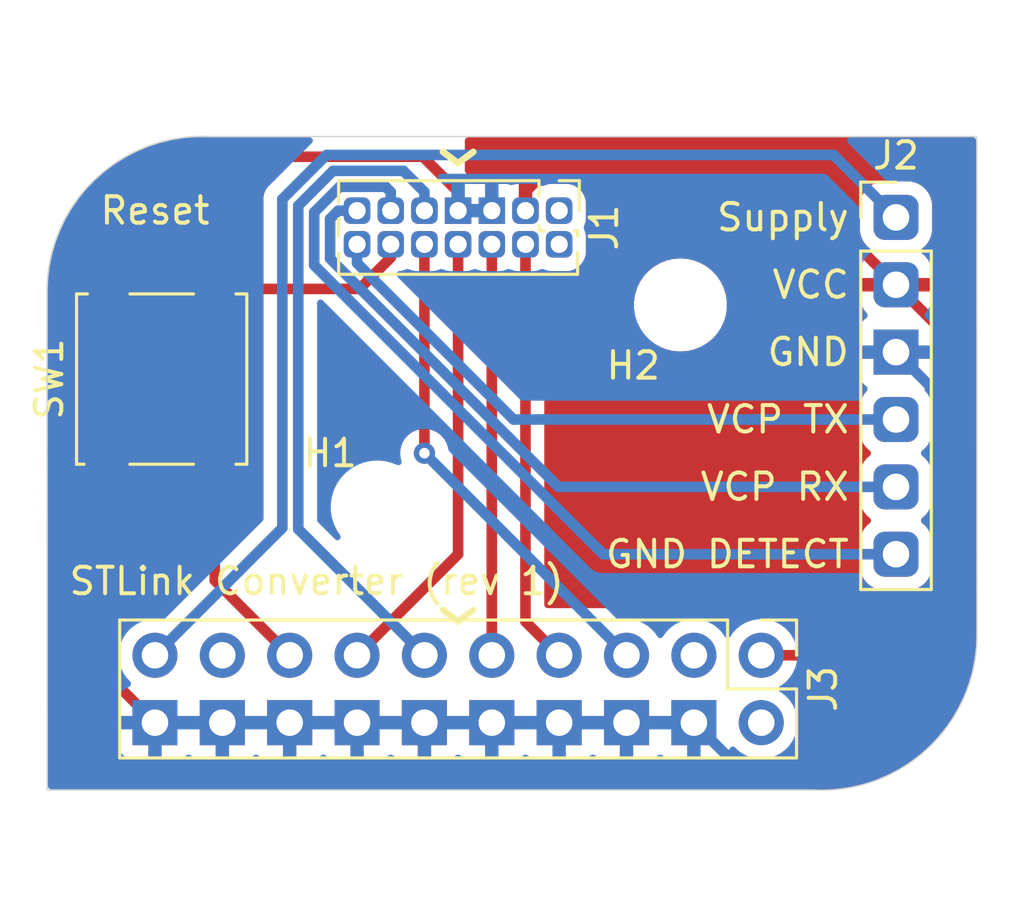
<source format=kicad_pcb>
(kicad_pcb (version 20221018) (generator pcbnew)
  (layers (0 "F.Cu" signal) (31 "B.Cu" signal) (34 "B.Paste" user) (35 "F.Paste" user) (36 "B.SilkS" user "B.Silkscreen") (37 "F.SilkS" user "F.Silkscreen") (38 "B.Mask" user) (39 "F.Mask" user) (44 "Edge.Cuts" user))
  (net 0 "")
  (net 1 "T_VCP_TX")
  (net 2 "T_VCP_RX")
  (net 3 "T_NRST")
  (net 4 "GNDDETECT")
  (net 5 "T_JTDI")
  (net 6 "T_JRCLK")
  (net 7 "T_JTDO")
  (net 8 "GND")
  (net 9 "T_JCLK")
  (net 10 "T_JTMS")
  (net 11 "T_VCC")
  (net 12 "Net-(J1-Pad2)")
  (net 13 "Net-(J1-Pad1)")
  (net 14 "T_SUPPLY")
  (net 15 "Net-(J3-Pad17)")
  (net 16 "Net-(J3-Pad3)")
  (net 17 "Net-(J3-Pad2)")
  (footprint "Connector_PinHeader_1.27mm:PinHeader_2x07_P1.27mm_Vertical" (layer "F.Cu") (at 111.76 70.866 -90)
    (fp_text reference "J1" (at 0.635 -1.695 90) (layer "F.SilkS"))
    (fp_text value "Conn_02x07_Odd_Even")
    (fp_line (start -1.13 -0.76) (end 0 -0.76) (stroke (width 0.12)) (layer "F.SilkS"))
    (fp_line (start -1.13 0) (end -1.13 -0.76) (stroke (width 0.12)) (layer "F.SilkS"))
    (fp_line (start -1.13 0.76) (end -1.13 8.315) (stroke (width 0.12)) (layer "F.SilkS"))
    (fp_line (start -1.13 0.76) (end -0.563471 0.76) (stroke (width 0.12)) (layer "F.SilkS"))
    (fp_line (start -1.13 8.315) (end -0.30753 8.315) (stroke (width 0.12)) (layer "F.SilkS"))
    (fp_line (start 0.30753 8.315) (end 0.96247 8.315) (stroke (width 0.12)) (layer "F.SilkS"))
    (fp_line (start 0.563471 0.76) (end 0.706529 0.76) (stroke (width 0.12)) (layer "F.SilkS"))
    (fp_line (start 0.76 -0.695) (end 0.96247 -0.695) (stroke (width 0.12)) (layer "F.SilkS"))
    (fp_line (start 0.76 -0.563471) (end 0.76 -0.695) (stroke (width 0.12)) (layer "F.SilkS"))
    (fp_line (start 0.76 0.706529) (end 0.76 0.563471) (stroke (width 0.12)) (layer "F.SilkS"))
    (fp_line (start 1.57753 -0.695) (end 2.4 -0.695) (stroke (width 0.12)) (layer "F.SilkS"))
    (fp_line (start 1.57753 8.315) (end 2.4 8.315) (stroke (width 0.12)) (layer "F.SilkS"))
    (fp_line (start 2.4 -0.695) (end 2.4 8.315) (stroke (width 0.12)) (layer "F.SilkS"))
    (pad "1" thru_hole roundrect (at 0 0 270) (size 1 1) (drill 0.65) (layers "*.Cu" "*.Mask") (net 13 "Net-(J1-Pad1)"))
    (pad "2" thru_hole roundrect (at 1.27 0 270) (size 1 1) (drill 0.65) (layers "*.Cu" "*.Mask") (net 12 "Net-(J1-Pad2)"))
    (pad "3" thru_hole roundrect (at 0 1.27 270) (size 1 1) (drill 0.65) (layers "*.Cu" "*.Mask") (net 11 "T_VCC"))
    (pad "4" thru_hole roundrect (at 1.27 1.27 270) (size 1 1) (drill 0.65) (layers "*.Cu" "*.Mask") (net 10 "T_JTMS"))
    (pad "5" thru_hole trapezoid (at 0 2.54 270) (size 1 1) (drill 0.65) (layers "*.Cu" "*.Mask") (net 8 "GND"))
    (pad "6" thru_hole roundrect (at 1.27 2.54 270) (size 1 1) (drill 0.65) (layers "*.Cu" "*.Mask") (net 9 "T_JCLK"))
    (pad "7" thru_hole trapezoid (at 0 3.81 270) (size 1 1) (drill 0.65) (layers "*.Cu" "*.Mask") (net 8 "GND"))
    (pad "8" thru_hole roundrect (at 1.27 3.81 270) (size 1 1) (drill 0.65) (layers "*.Cu" "*.Mask") (net 7 "T_JTDO"))
    (pad "9" thru_hole roundrect (at 0 5.08 270) (size 1 1) (drill 0.65) (layers "*.Cu" "*.Mask") (net 6 "T_JRCLK"))
    (pad "10" thru_hole roundrect (at 1.27 5.08 270) (size 1 1) (drill 0.65) (layers "*.Cu" "*.Mask") (net 5 "T_JTDI"))
    (pad "11" thru_hole roundrect (at 0 6.35 270) (size 1 1) (drill 0.65) (layers "*.Cu" "*.Mask") (net 4 "GNDDETECT"))
    (pad "12" thru_hole roundrect (at 1.27 6.35 270) (size 1 1) (drill 0.65) (layers "*.Cu" "*.Mask") (net 3 "T_NRST"))
    (pad "13" thru_hole roundrect (at 0 7.62 270) (size 1 1) (drill 0.65) (layers "*.Cu" "*.Mask") (net 2 "T_VCP_RX"))
    (pad "14" thru_hole roundrect (at 1.27 7.62 270) (size 1 1) (drill 0.65) (layers "*.Cu" "*.Mask") (net 1 "T_VCP_TX"))
  )
  (footprint "Connector_PinHeader_2.54mm:PinHeader_1x06_P2.54mm_Vertical" (layer "F.Cu") (at 124.46 71.12)
    (fp_text reference "J2" (at 0 -2.33) (layer "F.SilkS"))
    (fp_text value "Conn_01x06")
    (fp_line (start -1.33 -1.33) (end 0 -1.33) (stroke (width 0.12)) (layer "F.SilkS"))
    (fp_line (start -1.33 0) (end -1.33 -1.33) (stroke (width 0.12)) (layer "F.SilkS"))
    (fp_line (start -1.33 1.27) (end -1.33 14.03) (stroke (width 0.12)) (layer "F.SilkS"))
    (fp_line (start -1.33 1.27) (end 1.33 1.27) (stroke (width 0.12)) (layer "F.SilkS"))
    (fp_line (start -1.33 14.03) (end 1.33 14.03) (stroke (width 0.12)) (layer "F.SilkS"))
    (fp_line (start 1.33 1.27) (end 1.33 14.03) (stroke (width 0.12)) (layer "F.SilkS"))
    (pad "1" thru_hole roundrect (at 0 0) (size 1.7 1.7) (drill 1) (layers "*.Cu" "*.Mask") (net 14 "T_SUPPLY"))
    (pad "2" thru_hole roundrect (at 0 2.54) (size 1.7 1.7) (drill 1) (layers "*.Cu" "*.Mask") (net 11 "T_VCC"))
    (pad "3" thru_hole trapezoid (at 0 5.08) (size 1.7 1.7) (drill 1) (layers "*.Cu" "*.Mask") (net 8 "GND"))
    (pad "4" thru_hole roundrect (at 0 7.62) (size 1.7 1.7) (drill 1) (layers "*.Cu" "*.Mask") (net 1 "T_VCP_TX"))
    (pad "5" thru_hole roundrect (at 0 10.16) (size 1.7 1.7) (drill 1) (layers "*.Cu" "*.Mask") (net 2 "T_VCP_RX"))
    (pad "6" thru_hole roundrect (at 0 12.7) (size 1.7 1.7) (drill 1) (layers "*.Cu" "*.Mask") (net 4 "GNDDETECT"))
  )
  (footprint "Connector_PinHeader_2.54mm:PinHeader_2x10_P2.54mm_Vertical" (layer "F.Cu") (at 119.38 87.63 -90)
    (fp_text reference "J3" (at 1.27 -2.33 90) (layer "F.SilkS"))
    (fp_text value "Conn_02x10_Odd_Even")
    (fp_line (start -1.33 -1.33) (end 0 -1.33) (stroke (width 0.12)) (layer "F.SilkS"))
    (fp_line (start -1.33 0) (end -1.33 -1.33) (stroke (width 0.12)) (layer "F.SilkS"))
    (fp_line (start -1.33 1.27) (end -1.33 24.19) (stroke (width 0.12)) (layer "F.SilkS"))
    (fp_line (start -1.33 1.27) (end 1.27 1.27) (stroke (width 0.12)) (layer "F.SilkS"))
    (fp_line (start -1.33 24.19) (end 3.87 24.19) (stroke (width 0.12)) (layer "F.SilkS"))
    (fp_line (start 1.27 -1.33) (end 3.87 -1.33) (stroke (width 0.12)) (layer "F.SilkS"))
    (fp_line (start 1.27 1.27) (end 1.27 -1.33) (stroke (width 0.12)) (layer "F.SilkS"))
    (fp_line (start 3.87 -1.33) (end 3.87 24.19) (stroke (width 0.12)) (layer "F.SilkS"))
    (pad "1" thru_hole oval (at 0 0 270) (size 1.7 1.7) (drill 1) (layers "*.Cu" "*.Mask") (net 11 "T_VCC"))
    (pad "2" thru_hole oval (at 2.54 0 270) (size 1.7 1.7) (drill 1) (layers "*.Cu" "*.Mask") (net 17 "Net-(J3-Pad2)"))
    (pad "3" thru_hole oval (at 0 2.54 270) (size 1.7 1.7) (drill 1) (layers "*.Cu" "*.Mask") (net 16 "Net-(J3-Pad3)"))
    (pad "4" thru_hole rect (at 2.54 2.54 270) (size 1.7 1.7) (drill 1) (layers "*.Cu" "*.Mask") (net 8 "GND"))
    (pad "5" thru_hole oval (at 0 5.08 270) (size 1.7 1.7) (drill 1) (layers "*.Cu" "*.Mask") (net 5 "T_JTDI"))
    (pad "6" thru_hole rect (at 2.54 5.08 270) (size 1.7 1.7) (drill 1) (layers "*.Cu" "*.Mask") (net 8 "GND"))
    (pad "7" thru_hole oval (at 0 7.62 270) (size 1.7 1.7) (drill 1) (layers "*.Cu" "*.Mask") (net 10 "T_JTMS"))
    (pad "8" thru_hole rect (at 2.54 7.62 270) (size 1.7 1.7) (drill 1) (layers "*.Cu" "*.Mask") (net 8 "GND"))
    (pad "9" thru_hole oval (at 0 10.16 270) (size 1.7 1.7) (drill 1) (layers "*.Cu" "*.Mask") (net 9 "T_JCLK"))
    (pad "10" thru_hole rect (at 2.54 10.16 270) (size 1.7 1.7) (drill 1) (layers "*.Cu" "*.Mask") (net 8 "GND"))
    (pad "11" thru_hole oval (at 0 12.7 270) (size 1.7 1.7) (drill 1) (layers "*.Cu" "*.Mask") (net 6 "T_JRCLK"))
    (pad "12" thru_hole rect (at 2.54 12.7 270) (size 1.7 1.7) (drill 1) (layers "*.Cu" "*.Mask") (net 8 "GND"))
    (pad "13" thru_hole oval (at 0 15.24 270) (size 1.7 1.7) (drill 1) (layers "*.Cu" "*.Mask") (net 7 "T_JTDO"))
    (pad "14" thru_hole rect (at 2.54 15.24 270) (size 1.7 1.7) (drill 1) (layers "*.Cu" "*.Mask") (net 8 "GND"))
    (pad "15" thru_hole oval (at 0 17.78 270) (size 1.7 1.7) (drill 1) (layers "*.Cu" "*.Mask") (net 3 "T_NRST"))
    (pad "16" thru_hole rect (at 2.54 17.78 270) (size 1.7 1.7) (drill 1) (layers "*.Cu" "*.Mask") (net 8 "GND"))
    (pad "17" thru_hole oval (at 0 20.32 270) (size 1.7 1.7) (drill 1) (layers "*.Cu" "*.Mask") (net 15 "Net-(J3-Pad17)"))
    (pad "18" thru_hole rect (at 2.54 20.32 270) (size 1.7 1.7) (drill 1) (layers "*.Cu" "*.Mask") (net 8 "GND"))
    (pad "19" thru_hole oval (at 0 22.86 270) (size 1.7 1.7) (drill 1) (layers "*.Cu" "*.Mask") (net 14 "T_SUPPLY"))
    (pad "20" thru_hole rect (at 2.54 22.86 270) (size 1.7 1.7) (drill 1) (layers "*.Cu" "*.Mask") (net 8 "GND"))
  )
  (footprint "MountingHole:MountingHole_3mm" (layer "F.Cu") (at 104.902 82.042)
    (fp_text reference "H1" (at -1.778 -2.032) (layer "F.SilkS"))
    (fp_text value "MountingHole")
    (pad "" np_thru_hole circle (at 0 0) (size 3 3) (drill 3) (layers "*.Cu" "*.Mask"))
  )
  (footprint "MountingHole:MountingHole_3mm" (layer "F.Cu") (at 116.332 74.422)
    (fp_text reference "H2" (at -1.778 2.286) (layer "F.SilkS"))
    (fp_text value "MountingHole")
    (pad "" np_thru_hole circle (at 0 0) (size 3 3) (drill 3) (layers "*.Cu" "*.Mask"))
  )
  (footprint "Button_Switch_SMD:SW_Push_1P1T_NO_CK_KSC7xxJ" (layer "F.Cu") (at 96.774 77.216 -90)
    (fp_text reference "SW1" (at 0 4.24 90) (layer "F.SilkS"))
    (fp_text value "SW_Push")
    (fp_line (start -3.21 -3.21) (end -3.21 -2.8) (stroke (width 0.12)) (layer "F.SilkS"))
    (fp_line (start -3.21 -1.2) (end -3.21 1.2) (stroke (width 0.12)) (layer "F.SilkS"))
    (fp_line (start -3.21 2.8) (end -3.21 3.21) (stroke (width 0.12)) (layer "F.SilkS"))
    (fp_line (start -3.21 3.21) (end 3.21 3.21) (stroke (width 0.12)) (layer "F.SilkS"))
    (fp_line (start 3.21 -3.21) (end -3.21 -3.21) (stroke (width 0.12)) (layer "F.SilkS"))
    (fp_line (start 3.21 -2.8) (end 3.21 -3.21) (stroke (width 0.12)) (layer "F.SilkS"))
    (fp_line (start 3.21 1.2) (end 3.21 -1.2) (stroke (width 0.12)) (layer "F.SilkS"))
    (fp_line (start 3.21 3.21) (end 3.21 2.93) (stroke (width 0.12)) (layer "F.SilkS"))
    (pad "1" smd rect (at -2.9 -2 270) (size 2.8 1) (layers "F.Cu" "F.Paste" "F.Mask") (net 3 "T_NRST"))
    (pad "1" smd rect (at 2.9 -2 270) (size 2.8 1) (layers "F.Cu" "F.Paste" "F.Mask") (net 3 "T_NRST"))
    (pad "2" smd rect (at -2.9 2 270) (size 2.8 1) (layers "F.Cu" "F.Paste" "F.Mask") (net 8 "GND"))
    (pad "2" smd rect (at 2.9 2 270) (size 2.8 1) (layers "F.Cu" "F.Paste" "F.Mask") (net 8 "GND"))
  )
  (gr_arc (start 127.513519 86.868) (mid 125.710021 91.091668) (end 121.412 92.71) (stroke (width 0.05)) (layer "Edge.Cuts"))
  (gr_line (start 121.412 92.71) (end 92.456 92.71) (stroke (width 0.05)) (layer "Edge.Cuts"))
  (gr_line (start 92.456 92.71) (end 92.450481 73.914) (stroke (width 0.05)) (layer "Edge.Cuts"))
  (gr_arc (start 92.450481 73.914) (mid 94.253979 69.690332) (end 98.552 68.072) (stroke (width 0.05)) (layer "Edge.Cuts"))
  (gr_line (start 98.552 68.072) (end 127.508 68.072) (stroke (width 0.05)) (layer "Edge.Cuts"))
  (gr_line (start 127.508 68.072) (end 127.513519 86.868) (stroke (width 0.05)) (layer "Edge.Cuts"))
  (gr_text "^" (at 107.95 84.582 180) (layer "F.SilkS") (effects (font (size 3 3) (thickness 0.25))))
  (gr_text "VCP RX" (at 119.888 81.28) (layer "F.SilkS") (effects (font (size 1 1))))
  (gr_text "^" (at 107.95 67.31 180) (layer "F.SilkS") (effects (font (size 3 3) (thickness 0.25))))
  (gr_text "GND" (at 121.149905 76.2) (layer "F.SilkS") (effects (font (size 1 1))))
  (gr_text "GND DETECT" (at 118.102286 83.82) (layer "F.SilkS") (effects (font (size 1 1))))
  (gr_text "VCP TX" (at 120.007048 78.74) (layer "F.SilkS") (effects (font (size 1 1))))
  (gr_text "Supply" (at 120.197524 71.12) (layer "F.SilkS") (effects (font (size 1 1))))
  (gr_text "STLink Converter (rev 1)" (at 102.616 84.836) (layer "F.SilkS") (effects (font (size 1 1))))
  (gr_text "VCC" (at 121.245143 73.66) (layer "F.SilkS") (effects (font (size 1 1))))
  (gr_text "Reset" (at 96.52 70.866) (layer "F.SilkS") (effects (font (size 1 1))))
  (segment (start 104.14 72.136) (end 104.14 72.843106) (width 0.4) (layer "B.Cu") (net 1))
  (segment (start 110.036894 78.74) (end 124.46 78.74) (width 0.4) (layer "B.Cu") (net 1))
  (segment (start 104.14 72.843106) (end 110.036894 78.74) (width 0.4) (layer "B.Cu") (net 1))
  (segment (start 103.124 72.675648) (end 111.728352 81.28) (width 0.4) (layer "B.Cu") (net 2))
  (segment (start 111.728352 81.28) (end 124.46 81.28) (width 0.4) (layer "B.Cu") (net 2))
  (segment (start 103.124 71.174894) (end 103.124 72.675648) (width 0.4) (layer "B.Cu") (net 2))
  (segment (start 104.14 70.866) (end 103.432894 70.866) (width 0.4) (layer "B.Cu") (net 2))
  (segment (start 103.432894 70.866) (end 103.124 71.174894) (width 0.4) (layer "B.Cu") (net 2))
  (segment (start 104.23 73.816) (end 105.41 72.636) (width 0.4) (layer "F.Cu") (net 3))
  (segment (start 98.774 84.804) (end 101.6 87.63) (width 0.4) (layer "F.Cu") (net 3))
  (segment (start 98.774 73.816) (end 104.23 73.816) (width 0.4) (layer "F.Cu") (net 3))
  (segment (start 98.774 80.616) (end 98.774 84.804) (width 0.4) (layer "F.Cu") (net 3))
  (segment (start 105.41 72.636) (end 105.41 72.136) (width 0.4) (layer "F.Cu") (net 3))
  (segment (start 98.774 73.816) (end 98.774 80.616) (width 0.4) (layer "F.Cu") (net 3))
  (segment (start 102.52399 70.926362) (end 102.523991 72.924181) (width 0.4) (layer "B.Cu") (net 4))
  (segment (start 105.41 70.158894) (end 105.217105 69.965999) (width 0.4) (layer "B.Cu") (net 4))
  (segment (start 105.217105 69.965999) (end 103.484353 69.965999) (width 0.4) (layer "B.Cu") (net 4))
  (segment (start 113.41981 83.82) (end 124.46 83.82) (width 0.4) (layer "B.Cu") (net 4))
  (segment (start 105.41 70.866) (end 105.41 70.158894) (width 0.4) (layer "B.Cu") (net 4))
  (segment (start 102.523991 72.924181) (end 113.41981 83.82) (width 0.4) (layer "B.Cu") (net 4))
  (segment (start 103.484353 69.965999) (end 102.52399 70.926362) (width 0.4) (layer "B.Cu") (net 4))
  (segment (start 106.68 72.136) (end 106.68 80.01) (width 0.4) (layer "F.Cu") (net 5))
  (via (at 106.68 80.01) (size 0.8) (drill 0.4) (layers "F.Cu" "B.Cu") (net 5))
  (segment (start 106.68 80.01) (end 114.3 87.63) (width 0.4) (layer "B.Cu") (net 5))
  (segment (start 106.68 70.866) (end 106.68 70.158894) (width 0.4) (layer "B.Cu") (net 6))
  (segment (start 101.923981 82.873981) (end 106.68 87.63) (width 0.4) (layer "B.Cu") (net 6))
  (segment (start 101.923981 70.677831) (end 101.923981 82.873981) (width 0.4) (layer "B.Cu") (net 6))
  (segment (start 103.23582 69.36599) (end 101.923981 70.677831) (width 0.4) (layer "B.Cu") (net 6))
  (segment (start 105.887095 69.365989) (end 103.23582 69.36599) (width 0.4) (layer "B.Cu") (net 6))
  (segment (start 106.68 70.158894) (end 105.887095 69.365989) (width 0.4) (layer "B.Cu") (net 6))
  (segment (start 107.95 72.136) (end 107.95 83.82) (width 0.4) (layer "F.Cu") (net 7))
  (segment (start 107.95 83.82) (end 104.14 87.63) (width 0.4) (layer "F.Cu") (net 7))
  (segment (start 94.774 73.816) (end 99.756 68.834) (width 0.4) (layer "F.Cu") (net 8))
  (segment (start 94.774 88.424) (end 96.52 90.17) (width 0.4) (layer "F.Cu") (net 8))
  (segment (start 99.756 68.834) (end 106.625106 68.834) (width 0.4) (layer "F.Cu") (net 8))
  (segment (start 94.774 80.616) (end 94.774 88.424) (width 0.4) (layer "F.Cu") (net 8))
  (segment (start 94.774 80.616) (end 94.774 73.816) (width 0.4) (layer "F.Cu") (net 8))
  (segment (start 107.95 70.158894) (end 107.95 70.866) (width 0.4) (layer "F.Cu") (net 8))
  (segment (start 107.95 70.866) (end 109.22 70.866) (width 0.4) (layer "F.Cu") (net 8))
  (segment (start 106.625106 68.834) (end 107.95 70.158894) (width 0.4) (layer "F.Cu") (net 8))
  (segment (start 101.6 90.17) (end 104.14 90.17) (width 0.4) (layer "B.Cu") (net 8))
  (segment (start 126.492 86.106) (end 126.492 78.232) (width 0.4) (layer "B.Cu") (net 8))
  (segment (start 96.52 90.17) (end 99.06 90.17) (width 0.4) (layer "B.Cu") (net 8))
  (segment (start 99.06 90.17) (end 101.6 90.17) (width 0.4) (layer "B.Cu") (net 8))
  (segment (start 109.22 90.17) (end 111.76 90.17) (width 0.4) (layer "B.Cu") (net 8))
  (segment (start 111.76 90.17) (end 114.3 90.17) (width 0.4) (layer "B.Cu") (net 8))
  (segment (start 116.84 90.17) (end 118.618 91.948) (width 0.4) (layer "B.Cu") (net 8))
  (segment (start 114.3 90.17) (end 116.84 90.17) (width 0.4) (layer "B.Cu") (net 8))
  (segment (start 118.618 91.948) (end 120.65 91.948) (width 0.4) (layer "B.Cu") (net 8))
  (segment (start 126.492 78.232) (end 124.46 76.2) (width 0.4) (layer "B.Cu") (net 8))
  (segment (start 106.68 90.17) (end 109.22 90.17) (width 0.4) (layer "B.Cu") (net 8))
  (segment (start 104.14 90.17) (end 106.68 90.17) (width 0.4) (layer "B.Cu") (net 8))
  (segment (start 120.65 91.948) (end 126.492 86.106) (width 0.4) (layer "B.Cu") (net 8))
  (segment (start 109.22 87.63) (end 109.22 72.136) (width 0.4) (layer "F.Cu") (net 9))
  (segment (start 110.49 72.136) (end 110.49 86.36) (width 0.4) (layer "F.Cu") (net 10))
  (segment (start 110.49 86.36) (end 111.76 87.63) (width 0.4) (layer "F.Cu") (net 10))
  (segment (start 120.142 69.342) (end 124.46 73.66) (width 0.4) (layer "F.Cu") (net 11))
  (segment (start 126.492 75.692) (end 124.46 73.66) (width 0.4) (layer "F.Cu") (net 11))
  (segment (start 124.968 87.63) (end 126.492 86.106) (width 0.4) (layer "F.Cu") (net 11))
  (segment (start 126.492 86.106) (end 126.492 75.692) (width 0.4) (layer "F.Cu") (net 11))
  (segment (start 110.49 70.158894) (end 111.306894 69.342) (width 0.4) (layer "F.Cu") (net 11))
  (segment (start 111.306894 69.342) (end 120.142 69.342) (width 0.4) (layer "F.Cu") (net 11))
  (segment (start 119.38 87.63) (end 124.968 87.63) (width 0.4) (layer "F.Cu") (net 11))
  (segment (start 110.49 70.866) (end 110.49 70.158894) (width 0.4) (layer "F.Cu") (net 11))
  (segment (start 101.323971 82.826029) (end 96.52 87.63) (width 0.4) (layer "B.Cu") (net 14))
  (segment (start 101.323971 70.429299) (end 101.323971 82.826029) (width 0.4) (layer "B.Cu") (net 14))
  (segment (start 102.987287 68.765982) (end 101.323971 70.429299) (width 0.4) (layer "B.Cu") (net 14))
  (segment (start 122.105981 68.765981) (end 102.987287 68.765982) (width 0.4) (layer "B.Cu") (net 14))
  (segment (start 124.46 71.12) (end 122.105981 68.765981) (width 0.4) (layer "B.Cu") (net 14))
  (zone (net 11) (net_name "T_VCC") (layer "F.Cu") (connect_pads (clearance 0.508)) (min_thickness 0.254) (fill yes (thermal_gap 0.508) (thermal_bridge_width 0.508))
    (polygon (pts (xy 129.286 94.742) (xy 121.158 94.738806) (xy 121.158 85.855195) (xy 108.204 85.852) (xy 108.204 65.786) (xy 129.286 65.786)))
  )
  (zone (net 8) (net_name "GND") (layer "B.Cu") (connect_pads (clearance 0.508)) (min_thickness 0.254) (fill yes (thermal_gap 0.508) (thermal_bridge_width 0.508))
    (polygon (pts (xy 129.286 94.742) (xy 90.678 94.742) (xy 90.678 65.786) (xy 129.286 65.786)))
  )
)
</source>
